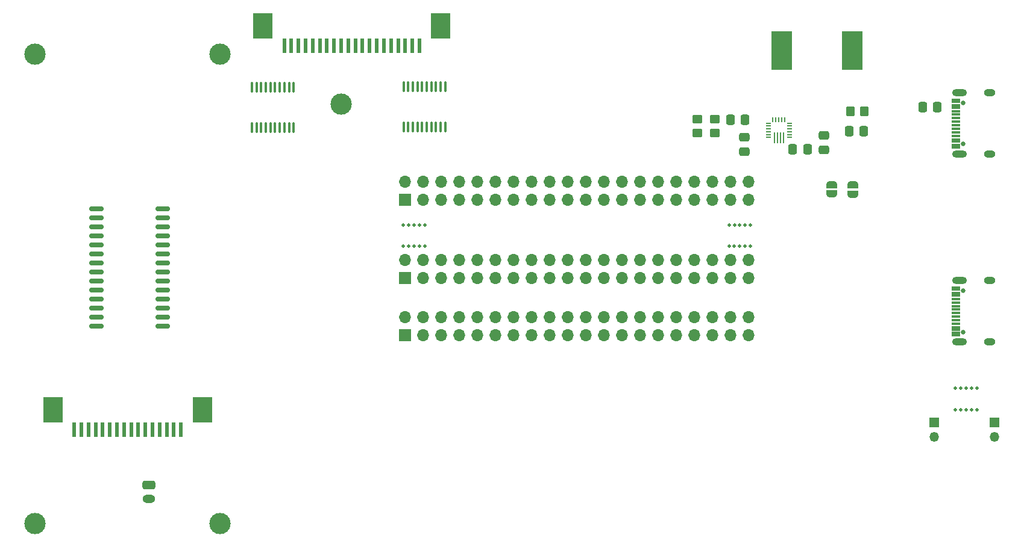
<source format=gbr>
G04 #@! TF.GenerationSoftware,KiCad,Pcbnew,6.0.4-6f826c9f35~116~ubuntu20.04.1*
G04 #@! TF.CreationDate,2022-04-30T09:34:45+02:00*
G04 #@! TF.ProjectId,mainboard,6d61696e-626f-4617-9264-2e6b69636164,rev?*
G04 #@! TF.SameCoordinates,Original*
G04 #@! TF.FileFunction,Soldermask,Top*
G04 #@! TF.FilePolarity,Negative*
%FSLAX46Y46*%
G04 Gerber Fmt 4.6, Leading zero omitted, Abs format (unit mm)*
G04 Created by KiCad (PCBNEW 6.0.4-6f826c9f35~116~ubuntu20.04.1) date 2022-04-30 09:34:45*
%MOMM*%
%LPD*%
G01*
G04 APERTURE LIST*
G04 Aperture macros list*
%AMRoundRect*
0 Rectangle with rounded corners*
0 $1 Rounding radius*
0 $2 $3 $4 $5 $6 $7 $8 $9 X,Y pos of 4 corners*
0 Add a 4 corners polygon primitive as box body*
4,1,4,$2,$3,$4,$5,$6,$7,$8,$9,$2,$3,0*
0 Add four circle primitives for the rounded corners*
1,1,$1+$1,$2,$3*
1,1,$1+$1,$4,$5*
1,1,$1+$1,$6,$7*
1,1,$1+$1,$8,$9*
0 Add four rect primitives between the rounded corners*
20,1,$1+$1,$2,$3,$4,$5,0*
20,1,$1+$1,$4,$5,$6,$7,0*
20,1,$1+$1,$6,$7,$8,$9,0*
20,1,$1+$1,$8,$9,$2,$3,0*%
%AMOutline5P*
0 Free polygon, 5 corners , with rotation*
0 The origin of the aperture is its center*
0 number of corners: always 5*
0 $1 to $10 corner X, Y*
0 $11 Rotation angle, in degrees counterclockwise*
0 create outline with 5 corners*
4,1,5,$1,$2,$3,$4,$5,$6,$7,$8,$9,$10,$1,$2,$11*%
%AMOutline6P*
0 Free polygon, 6 corners , with rotation*
0 The origin of the aperture is its center*
0 number of corners: always 6*
0 $1 to $12 corner X, Y*
0 $13 Rotation angle, in degrees counterclockwise*
0 create outline with 6 corners*
4,1,6,$1,$2,$3,$4,$5,$6,$7,$8,$9,$10,$11,$12,$1,$2,$13*%
%AMOutline7P*
0 Free polygon, 7 corners , with rotation*
0 The origin of the aperture is its center*
0 number of corners: always 7*
0 $1 to $14 corner X, Y*
0 $15 Rotation angle, in degrees counterclockwise*
0 create outline with 7 corners*
4,1,7,$1,$2,$3,$4,$5,$6,$7,$8,$9,$10,$11,$12,$13,$14,$1,$2,$15*%
%AMOutline8P*
0 Free polygon, 8 corners , with rotation*
0 The origin of the aperture is its center*
0 number of corners: always 8*
0 $1 to $16 corner X, Y*
0 $17 Rotation angle, in degrees counterclockwise*
0 create outline with 8 corners*
4,1,8,$1,$2,$3,$4,$5,$6,$7,$8,$9,$10,$11,$12,$13,$14,$15,$16,$1,$2,$17*%
%AMFreePoly0*
4,1,22,0.500000,-0.750000,0.000000,-0.750000,0.000000,-0.745033,-0.079941,-0.743568,-0.215256,-0.701293,-0.333266,-0.622738,-0.424486,-0.514219,-0.481581,-0.384460,-0.499164,-0.250000,-0.500000,-0.250000,-0.500000,0.250000,-0.499164,0.250000,-0.499963,0.256109,-0.478152,0.396186,-0.417904,0.524511,-0.324060,0.630769,-0.204165,0.706417,-0.067858,0.745374,0.000000,0.744959,0.000000,0.750000,
0.500000,0.750000,0.500000,-0.750000,0.500000,-0.750000,$1*%
%AMFreePoly1*
4,1,20,0.000000,0.744959,0.073905,0.744508,0.209726,0.703889,0.328688,0.626782,0.421226,0.519385,0.479903,0.390333,0.500000,0.250000,0.500000,-0.250000,0.499851,-0.262216,0.476331,-0.402017,0.414519,-0.529596,0.319384,-0.634700,0.198574,-0.708877,0.061801,-0.746166,0.000000,-0.745033,0.000000,-0.750000,-0.500000,-0.750000,-0.500000,0.750000,0.000000,0.750000,0.000000,0.744959,
0.000000,0.744959,$1*%
G04 Aperture macros list end*
%ADD10RoundRect,0.100000X0.100000X-0.637500X0.100000X0.637500X-0.100000X0.637500X-0.100000X-0.637500X0*%
%ADD11FreePoly0,270.000000*%
%ADD12FreePoly1,270.000000*%
%ADD13RoundRect,0.250000X-0.450000X0.350000X-0.450000X-0.350000X0.450000X-0.350000X0.450000X0.350000X0*%
%ADD14RoundRect,0.250000X0.450000X-0.350000X0.450000X0.350000X-0.450000X0.350000X-0.450000X-0.350000X0*%
%ADD15RoundRect,0.250000X-0.350000X-0.450000X0.350000X-0.450000X0.350000X0.450000X-0.350000X0.450000X0*%
%ADD16RoundRect,0.250000X-0.475000X0.337500X-0.475000X-0.337500X0.475000X-0.337500X0.475000X0.337500X0*%
%ADD17RoundRect,0.250000X0.337500X0.475000X-0.337500X0.475000X-0.337500X-0.475000X0.337500X-0.475000X0*%
%ADD18R,0.700000X0.200000*%
%ADD19Outline5P,-0.100000X0.350000X0.100000X0.350000X0.100000X-0.250000X0.000000X-0.350000X-0.100000X-0.350000X90.000000*%
%ADD20Outline5P,-0.350000X0.000000X-0.250000X0.100000X0.350000X0.100000X0.350000X-0.100000X-0.350000X-0.100000X90.000000*%
%ADD21R,0.200000X0.700000*%
%ADD22Outline5P,-0.350000X0.100000X0.350000X0.100000X0.350000X-0.100000X-0.250000X-0.100000X-0.350000X0.000000X90.000000*%
%ADD23Outline5P,-0.100000X0.350000X0.000000X0.350000X0.100000X0.250000X0.100000X-0.350000X-0.100000X-0.350000X90.000000*%
%ADD24R,0.200000X1.500000*%
%ADD25R,2.900000X5.400000*%
%ADD26RoundRect,0.250000X-0.650000X0.350000X-0.650000X-0.350000X0.650000X-0.350000X0.650000X0.350000X0*%
%ADD27O,1.800000X1.200000*%
%ADD28C,0.500000*%
%ADD29O,1.350000X1.350000*%
%ADD30R,1.350000X1.350000*%
%ADD31C,0.650000*%
%ADD32R,1.150000X0.300000*%
%ADD33O,1.600000X1.000000*%
%ADD34O,2.100000X1.000000*%
%ADD35C,3.000000*%
%ADD36R,1.700000X1.700000*%
%ADD37O,1.700000X1.700000*%
%ADD38R,2.680000X3.600000*%
%ADD39R,0.610000X2.000000*%
%ADD40RoundRect,0.150000X0.875000X0.150000X-0.875000X0.150000X-0.875000X-0.150000X0.875000X-0.150000X0*%
G04 APERTURE END LIST*
D10*
X134635000Y-75662500D03*
X135285000Y-75662500D03*
X135935000Y-75662500D03*
X136585000Y-75662500D03*
X137235000Y-75662500D03*
X137885000Y-75662500D03*
X138535000Y-75662500D03*
X139185000Y-75662500D03*
X139835000Y-75662500D03*
X140485000Y-75662500D03*
X140485000Y-69937500D03*
X139835000Y-69937500D03*
X139185000Y-69937500D03*
X138535000Y-69937500D03*
X137885000Y-69937500D03*
X137235000Y-69937500D03*
X136585000Y-69937500D03*
X135935000Y-69937500D03*
X135285000Y-69937500D03*
X134635000Y-69937500D03*
X113335000Y-75762500D03*
X113985000Y-75762500D03*
X114635000Y-75762500D03*
X115285000Y-75762500D03*
X115935000Y-75762500D03*
X116585000Y-75762500D03*
X117235000Y-75762500D03*
X117885000Y-75762500D03*
X118535000Y-75762500D03*
X119185000Y-75762500D03*
X119185000Y-70037500D03*
X118535000Y-70037500D03*
X117885000Y-70037500D03*
X117235000Y-70037500D03*
X116585000Y-70037500D03*
X115935000Y-70037500D03*
X115285000Y-70037500D03*
X114635000Y-70037500D03*
X113985000Y-70037500D03*
X113335000Y-70037500D03*
D11*
X194760000Y-83750000D03*
D12*
X194760000Y-85050000D03*
D11*
X197760000Y-83800000D03*
D12*
X197760000Y-85100000D03*
D13*
X175860000Y-74500000D03*
X175860000Y-76500000D03*
D14*
X178360000Y-76500000D03*
X178360000Y-74500000D03*
D15*
X197360000Y-73400000D03*
X199360000Y-73400000D03*
D16*
X182460000Y-79137500D03*
X182460000Y-77062500D03*
D17*
X180522500Y-74600000D03*
X182597500Y-74600000D03*
X209597500Y-72800000D03*
X207522500Y-72800000D03*
D18*
X185910000Y-77100000D03*
X185910000Y-76700000D03*
X185910000Y-76300000D03*
X185910000Y-75900000D03*
X185910000Y-75500000D03*
D19*
X185910000Y-75100000D03*
D20*
X186460000Y-74650000D03*
D21*
X186910000Y-74650000D03*
X187360000Y-74650000D03*
X187760000Y-74650000D03*
D22*
X188160000Y-74650000D03*
D23*
X188810000Y-75100000D03*
D18*
X188810000Y-75500000D03*
X188810000Y-75900000D03*
X188810000Y-76300000D03*
X188810000Y-76700000D03*
X188810000Y-77100000D03*
D24*
X187960000Y-77150000D03*
X187560000Y-77150000D03*
X187160000Y-77150000D03*
X186760000Y-77150000D03*
D25*
X187760000Y-64900000D03*
X197660000Y-64900000D03*
D17*
X199297500Y-76200000D03*
X197222500Y-76200000D03*
D16*
X193660000Y-76800000D03*
X193660000Y-78875000D03*
D17*
X191360000Y-78800000D03*
X189285000Y-78800000D03*
D26*
X98810000Y-126000000D03*
D27*
X98810000Y-128000000D03*
D28*
X213660000Y-115400000D03*
X214410000Y-112400000D03*
X213660000Y-112400000D03*
X215184000Y-112400000D03*
X215184000Y-115400000D03*
X212898000Y-115400000D03*
X212148000Y-112400000D03*
X212910000Y-112400000D03*
X214410000Y-115400000D03*
X212148000Y-115400000D03*
D29*
X209160000Y-119200000D03*
D30*
X209160000Y-117200000D03*
D31*
X213255000Y-104470000D03*
X213255000Y-98690000D03*
D32*
X212190000Y-104930000D03*
X212190000Y-104130000D03*
X212190000Y-102830000D03*
X212190000Y-101830000D03*
X212190000Y-101330000D03*
X212190000Y-100330000D03*
X212190000Y-99030000D03*
X212190000Y-98230000D03*
X212190000Y-98530000D03*
X212190000Y-99330000D03*
X212190000Y-99830000D03*
X212190000Y-100830000D03*
X212190000Y-102330000D03*
X212190000Y-103330000D03*
X212190000Y-103830000D03*
X212190000Y-104630000D03*
D33*
X216935000Y-105900000D03*
D34*
X212755000Y-105900000D03*
X212755000Y-97260000D03*
D33*
X216935000Y-97260000D03*
D29*
X217660000Y-119200000D03*
D30*
X217660000Y-117200000D03*
D31*
X213255000Y-78040000D03*
X213255000Y-72260000D03*
D32*
X212190000Y-78500000D03*
X212190000Y-77700000D03*
X212190000Y-76400000D03*
X212190000Y-75400000D03*
X212190000Y-74900000D03*
X212190000Y-73900000D03*
X212190000Y-72600000D03*
X212190000Y-71800000D03*
X212190000Y-72100000D03*
X212190000Y-72900000D03*
X212190000Y-73400000D03*
X212190000Y-74400000D03*
X212190000Y-75900000D03*
X212190000Y-76900000D03*
X212190000Y-77400000D03*
X212190000Y-78200000D03*
D33*
X216935000Y-79470000D03*
D34*
X212755000Y-79470000D03*
X212755000Y-70830000D03*
D33*
X216935000Y-70830000D03*
D35*
X108860000Y-131400000D03*
X82860000Y-131400000D03*
X108860000Y-65400000D03*
X82860000Y-65400000D03*
D36*
X134820000Y-85900000D03*
D37*
X134820000Y-83360000D03*
X137360000Y-85900000D03*
X137360000Y-83360000D03*
X139900000Y-85900000D03*
X139900000Y-83360000D03*
X142440000Y-85900000D03*
X142440000Y-83360000D03*
X144980000Y-85900000D03*
X144980000Y-83360000D03*
X147520000Y-85900000D03*
X147520000Y-83360000D03*
X150060000Y-85900000D03*
X150060000Y-83360000D03*
X152600000Y-85900000D03*
X152600000Y-83360000D03*
X155140000Y-85900000D03*
X155140000Y-83360000D03*
X157680000Y-85900000D03*
X157680000Y-83360000D03*
X160220000Y-85900000D03*
X160220000Y-83360000D03*
X162760000Y-85900000D03*
X162760000Y-83360000D03*
X165300000Y-85900000D03*
X165300000Y-83360000D03*
X167840000Y-85900000D03*
X167840000Y-83360000D03*
X170380000Y-85900000D03*
X170380000Y-83360000D03*
X172920000Y-85900000D03*
X172920000Y-83360000D03*
X175460000Y-85900000D03*
X175460000Y-83360000D03*
X178000000Y-85900000D03*
X178000000Y-83360000D03*
X180540000Y-85900000D03*
X180540000Y-83360000D03*
X183080000Y-85900000D03*
X183080000Y-83360000D03*
D35*
X125860000Y-72400000D03*
D38*
X85370000Y-115400000D03*
X106350000Y-115400000D03*
D39*
X88360000Y-118200000D03*
X89360000Y-118200000D03*
X90360000Y-118200000D03*
X91360000Y-118200000D03*
X92360000Y-118200000D03*
X93360000Y-118200000D03*
X94360000Y-118200000D03*
X95360000Y-118200000D03*
X96360000Y-118200000D03*
X97360000Y-118200000D03*
X98360000Y-118200000D03*
X99360000Y-118200000D03*
X100360000Y-118200000D03*
X101360000Y-118200000D03*
X102360000Y-118200000D03*
X103360000Y-118200000D03*
D38*
X114870000Y-61400000D03*
X139850000Y-61400000D03*
D39*
X117860000Y-64200000D03*
X118860000Y-64200000D03*
X119860000Y-64200000D03*
X120860000Y-64200000D03*
X121860000Y-64200000D03*
X122860000Y-64200000D03*
X123860000Y-64200000D03*
X124860000Y-64200000D03*
X125860000Y-64200000D03*
X126860000Y-64200000D03*
X127860000Y-64200000D03*
X128860000Y-64200000D03*
X129860000Y-64200000D03*
X130860000Y-64200000D03*
X131860000Y-64200000D03*
X132860000Y-64200000D03*
X133860000Y-64200000D03*
X134860000Y-64200000D03*
X135860000Y-64200000D03*
X136860000Y-64200000D03*
D36*
X134860000Y-96900000D03*
D37*
X134860000Y-94360000D03*
X137400000Y-96900000D03*
X137400000Y-94360000D03*
X139940000Y-96900000D03*
X139940000Y-94360000D03*
X142480000Y-96900000D03*
X142480000Y-94360000D03*
X145020000Y-96900000D03*
X145020000Y-94360000D03*
X147560000Y-96900000D03*
X147560000Y-94360000D03*
X150100000Y-96900000D03*
X150100000Y-94360000D03*
X152640000Y-96900000D03*
X152640000Y-94360000D03*
X155180000Y-96900000D03*
X155180000Y-94360000D03*
X157720000Y-96900000D03*
X157720000Y-94360000D03*
X160260000Y-96900000D03*
X160260000Y-94360000D03*
X162800000Y-96900000D03*
X162800000Y-94360000D03*
X165340000Y-96900000D03*
X165340000Y-94360000D03*
X167880000Y-96900000D03*
X167880000Y-94360000D03*
X170420000Y-96900000D03*
X170420000Y-94360000D03*
X172960000Y-96900000D03*
X172960000Y-94360000D03*
X175500000Y-96900000D03*
X175500000Y-94360000D03*
X178040000Y-96900000D03*
X178040000Y-94360000D03*
X180580000Y-96900000D03*
X180580000Y-94360000D03*
X183120000Y-96900000D03*
X183120000Y-94360000D03*
D28*
X182610000Y-92400000D03*
X181098000Y-92400000D03*
X180348000Y-92400000D03*
X183384000Y-89400000D03*
X181860000Y-92400000D03*
X180348000Y-89400000D03*
X181110000Y-89400000D03*
X182610000Y-89400000D03*
X181860000Y-89400000D03*
X183384000Y-92400000D03*
D40*
X100760000Y-103655000D03*
X100760000Y-102385000D03*
X100760000Y-101115000D03*
X100760000Y-99845000D03*
X100760000Y-98575000D03*
X100760000Y-97305000D03*
X100760000Y-96035000D03*
X100760000Y-94765000D03*
X100760000Y-93495000D03*
X100760000Y-92225000D03*
X100760000Y-90955000D03*
X100760000Y-89685000D03*
X100760000Y-88415000D03*
X100760000Y-87145000D03*
X91460000Y-87145000D03*
X91460000Y-88415000D03*
X91460000Y-89685000D03*
X91460000Y-90955000D03*
X91460000Y-92225000D03*
X91460000Y-93495000D03*
X91460000Y-94765000D03*
X91460000Y-96035000D03*
X91460000Y-97305000D03*
X91460000Y-98575000D03*
X91460000Y-99845000D03*
X91460000Y-101115000D03*
X91460000Y-102385000D03*
X91460000Y-103655000D03*
D36*
X134860000Y-104900000D03*
D37*
X134860000Y-102360000D03*
X137400000Y-104900000D03*
X137400000Y-102360000D03*
X139940000Y-104900000D03*
X139940000Y-102360000D03*
X142480000Y-104900000D03*
X142480000Y-102360000D03*
X145020000Y-104900000D03*
X145020000Y-102360000D03*
X147560000Y-104900000D03*
X147560000Y-102360000D03*
X150100000Y-104900000D03*
X150100000Y-102360000D03*
X152640000Y-104900000D03*
X152640000Y-102360000D03*
X155180000Y-104900000D03*
X155180000Y-102360000D03*
X157720000Y-104900000D03*
X157720000Y-102360000D03*
X160260000Y-104900000D03*
X160260000Y-102360000D03*
X162800000Y-104900000D03*
X162800000Y-102360000D03*
X165340000Y-104900000D03*
X165340000Y-102360000D03*
X167880000Y-104900000D03*
X167880000Y-102360000D03*
X170420000Y-104900000D03*
X170420000Y-102360000D03*
X172960000Y-104900000D03*
X172960000Y-102360000D03*
X175500000Y-104900000D03*
X175500000Y-102360000D03*
X178040000Y-104900000D03*
X178040000Y-102360000D03*
X180580000Y-104900000D03*
X180580000Y-102360000D03*
X183120000Y-104900000D03*
X183120000Y-102360000D03*
D28*
X134598000Y-92400000D03*
X134598000Y-89400000D03*
X136860000Y-92400000D03*
X137634000Y-89400000D03*
X137634000Y-92400000D03*
X135348000Y-92400000D03*
X136110000Y-92400000D03*
X136860000Y-89400000D03*
X135360000Y-89400000D03*
X136110000Y-89400000D03*
M02*

</source>
